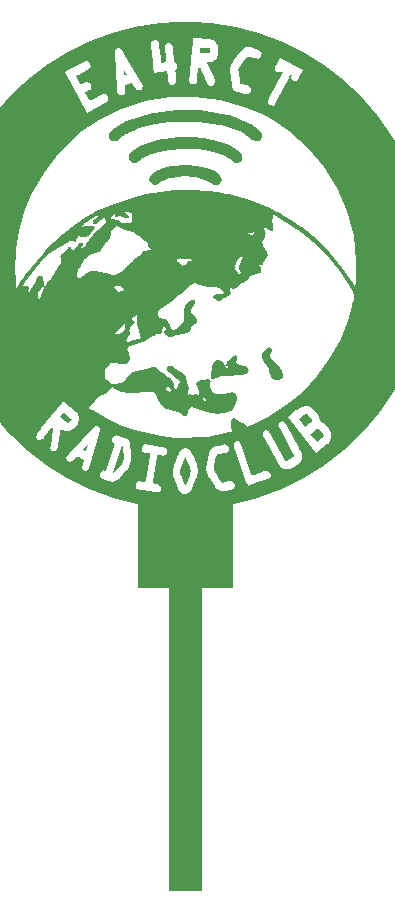
<source format=gts>
G04 =======================================* 
G04 File Format: RS-274X * 
G04 Date:        December 20 2020 * 
G04 Time:        13:43:10 * 
G04 =======================================* 
G04 Format description *** 
G04 Code:          ASCII * 
G04 Unit:          Millimeter * 
G04 Coordinates:   Absolut * 
G04 Digits:        3.3-format * 
G04 Zeros skipped: Leading zeros omitted * 
G04 =======================================* 
%FSLAX33Y33*%
%MOMM*%
G90*
G71*
%LPD*%
G36*
G75*
G01X-14898Y14263D02*
G03X-11703Y-16984I14898J-14263D01*
G75*
G01X-11703Y-16984D01*
G03X-4000Y-20234I11703J16984D01*
G01X-4000Y-20234D01*
G01X-4000Y-27283D01*
G01X-1400Y-27283D01*
G01X-1400Y-53000D01*
G01X1400Y-53000D01*
G01X1400Y-27283D01*
G01X4000Y-27283D01*
G75*
G01X4000Y-20234D01*
G03X11703Y-16984I-3999J20234D01*
G75*
G01X11703Y-16984D01*
G03X14898Y14263I-11703J16984D01*
G75*
G01X14898Y14263D01*
G03X0Y20626I-14898J-14263D01*
G75*
G01X0Y20626D01*
G03X-14898Y14263I0J-20626D01*
G37*
%LPC*%
G36*
G01X8364Y4185D02*
G01X7976Y4400D01*
G01X7589Y4615D01*
G01X7510Y4655D01*
G01X7180Y4820D01*
G01X5489Y5517D01*
G01X3727Y6008D01*
G01X3363Y6070D01*
G01X3243Y6091D01*
G01X2044Y6279D01*
G01X1924Y6292D01*
G01X1809Y6304D01*
G01X656Y6358D01*
G01X541Y6359D01*
G01X390Y6360D01*
G01X-1115Y6335D01*
G01X-1265Y6329D01*
G01X-1460Y6320D01*
G01X-3378Y6027D01*
G01X-3566Y5977D01*
G01X-3941Y5881D01*
G01X-5777Y5300D01*
G01X-7553Y4553D01*
G01X-7898Y4373D01*
G01X-8032Y4303D01*
G01X-8674Y3911D01*
G01X-9291Y3480D01*
G01X-9413Y3391D01*
G01X-9576Y3271D01*
G01X-10380Y2652D01*
G01X-11150Y1992D01*
G01X-11297Y1852D01*
G01X-11354Y1797D01*
G01X-11900Y1209D01*
G01X-11952Y1148D01*
G01X-12098Y972D01*
G01X-13547Y-792D01*
G01X-13691Y-969D01*
G01X-13746Y-1037D01*
G01X-13994Y-1397D01*
G01X-14203Y-1781D01*
G01X-14238Y-1861D01*
G01X-14241Y-1868D01*
G01X-14273Y-1931D01*
G01X-14276Y-1938D01*
G75*
G01X-14314Y-1932D01*
G02X-14342Y1336I14530J1756D01*
G75*
G01X-14342Y1336D01*
G02X-13643Y4529I14558J-1511D01*
G01X-13643Y4529D01*
G01X-13052Y5985D01*
G01X-12013Y7834D01*
G01X-10708Y9506D01*
G01X-9556Y10657D01*
G01X-9140Y11002D01*
G01X-8718Y11352D01*
G01X-7345Y12270D01*
G01X-5412Y13232D01*
G01X-3378Y13887D01*
G01X-1282Y14235D01*
G01X838Y14273D01*
G01X2946Y14002D01*
G01X5002Y13420D01*
G01X6498Y12785D01*
G01X6970Y12526D01*
G01X7445Y12264D01*
G01X8794Y11341D01*
G01X10397Y9924D01*
G01X11762Y8304D01*
G01X12871Y6509D01*
G01X13707Y4567D01*
G01X14251Y2506D01*
G01X14486Y353D01*
G01X14458Y-1312D01*
G01X14394Y-1861D01*
G01X14388Y-1856D01*
G01X14341Y-1806D01*
G01X14336Y-1800D01*
G01X14178Y-1520D01*
G01X13276Y-203D01*
G01X12262Y1029D01*
G01X12048Y1266D01*
G01X11952Y1373D01*
G01X11463Y1898D01*
G01X10942Y2389D01*
G01X10829Y2479D01*
G01X10742Y2548D01*
G01X9844Y3214D01*
G01X9755Y3281D01*
G01X9715Y3311D01*
G01X9314Y3606D01*
G01X9274Y3637D01*
G01X9209Y3686D01*
G01X8516Y4110D01*
G01X8443Y4146D01*
G37*
G36*
G01X1628Y-11452D02*
G01X1544Y-11428D01*
G01X1530Y-11417D01*
G01X1514Y-11405D01*
G01X1483Y-11332D01*
G01X1487Y-11243D01*
G01X1490Y-11225D01*
G01X1510Y-11231D01*
G01X1571Y-11248D01*
G01X1647Y-11278D01*
G01X1703Y-11330D01*
G01X1728Y-11398D01*
G01X1729Y-11422D01*
G01X1714Y-11432D01*
G37*
G36*
G01X5732Y2609D02*
G01X5712Y2605D01*
G01X5684Y2596D01*
G01X5534Y2604D01*
G01X5367Y2689D01*
G01X5331Y2718D01*
G01X5377Y2723D01*
G01X5591Y2774D01*
G01X5797Y2788D01*
G01X5839Y2775D01*
G01X5841Y2755D01*
G01X5808Y2666D01*
G37*
G36*
G01X-6834Y-9469D02*
G01X-6833Y-9445D01*
G01X-6832Y-9402D01*
G01X-6823Y-9062D01*
G01X-6823Y-8935D01*
G01X-6823Y-8914D01*
G01X-6752Y-8724D01*
G01X-6738Y-8708D01*
G01X-6708Y-8674D01*
G01X-6411Y-8337D01*
G01X-6381Y-8303D01*
G01X-6374Y-8293D01*
G01X-6267Y-8249D01*
G01X-6254Y-8251D01*
G01X-6203Y-8257D01*
G01X-5684Y-8316D01*
G01X-5633Y-8325D01*
G01X-5589Y-8333D01*
G01X-5141Y-8338D01*
G01X-5097Y-8331D01*
G01X-5052Y-8323D01*
G01X-4925Y-8263D01*
G01X-4795Y-8134D01*
G01X-4719Y-7961D01*
G01X-4703Y-7812D01*
G01X-4709Y-7764D01*
G01X-4713Y-7741D01*
G01X-4774Y-7520D01*
G01X-4782Y-7498D01*
G01X-4791Y-7469D01*
G01X-4888Y-7182D01*
G01X-4896Y-7153D01*
G01X-4903Y-7128D01*
G01X-4914Y-7049D01*
G01X-4900Y-6976D01*
G01X-4849Y-6920D01*
G01X-4780Y-6882D01*
G01X-4756Y-6872D01*
G01X-4684Y-6840D01*
G01X-3935Y-6598D01*
G01X-3857Y-6582D01*
G01X-3816Y-6574D01*
G01X-3422Y-6418D01*
G01X-3386Y-6395D01*
G01X-3328Y-6360D01*
G01X-2746Y-6006D01*
G01X-2689Y-5970D01*
G01X-2664Y-5953D01*
G01X-2379Y-5859D01*
G01X-2349Y-5857D01*
G01X-2311Y-5856D01*
G01X-2196Y-5838D01*
G01X-2086Y-5785D01*
G01X-2008Y-5691D01*
G01X-1961Y-5585D01*
G01X-1950Y-5548D01*
G01X-1941Y-5514D01*
G01X-1847Y-5158D01*
G01X-1836Y-5118D01*
G01X-1637Y-5361D01*
G01X-1649Y-5379D01*
G01X-1758Y-5557D01*
G01X-1769Y-5575D01*
G01X-1780Y-5588D01*
G01X-1800Y-5669D01*
G01X-1771Y-5748D01*
G01X-1758Y-5760D01*
G01X-1729Y-5791D01*
G01X-1636Y-5879D01*
G01X-1502Y-5974D01*
G01X-1349Y-6031D01*
G01X-1213Y-6044D01*
G01X-1168Y-6039D01*
G01X-1045Y-6025D01*
G01X146Y-5706D01*
G01X260Y-5657D01*
G01X291Y-5646D01*
G01X413Y-5548D01*
G01X485Y-5408D01*
G01X489Y-5377D01*
G01X494Y-5335D01*
G01X580Y-5150D01*
G01X733Y-5015D01*
G01X771Y-4998D01*
G01X816Y-4975D01*
G01X958Y-4839D01*
G01X994Y-4667D01*
G01X987Y-4626D01*
G01X983Y-4608D01*
G01X906Y-4447D01*
G01X895Y-4433D01*
G01X877Y-4412D01*
G01X693Y-4219D01*
G01X674Y-4201D01*
G01X662Y-4189D01*
G01X539Y-4070D01*
G01X528Y-4058D01*
G01X510Y-4043D01*
G01X463Y-3947D01*
G01X471Y-3839D01*
G01X482Y-3819D01*
G01X499Y-3782D01*
G01X673Y-3408D01*
G01X691Y-3370D01*
G01X700Y-3353D01*
G01X783Y-3179D01*
G01X791Y-3161D01*
G01X799Y-3136D01*
G01X805Y-3057D01*
G01X775Y-2980D01*
G01X704Y-2936D01*
G01X625Y-2927D01*
G01X599Y-2930D01*
G01X587Y-2932D01*
G01X474Y-2972D01*
G01X463Y-2978D01*
G01X405Y-3005D01*
G01X244Y-3119D01*
G01X74Y-3310D01*
G01X-39Y-3539D01*
G01X-85Y-3731D01*
G01X-88Y-3795D01*
G01X-93Y-3850D01*
G01X-125Y-4395D01*
G01X-128Y-4450D01*
G01X-130Y-4470D01*
G01X-144Y-4676D01*
G01X-145Y-4697D01*
G01X-147Y-4723D01*
G01X-186Y-4844D01*
G01X-262Y-4945D01*
G01X-282Y-4961D01*
G01X-326Y-4997D01*
G01X-765Y-5366D01*
G01X-807Y-5402D01*
G01X-834Y-5424D01*
G01X-929Y-5474D01*
G01X-1038Y-5483D01*
G01X-1133Y-5427D01*
G01X-1197Y-5339D01*
G01X-1212Y-5307D01*
G01X-1224Y-5282D01*
G01X-1329Y-5023D01*
G01X-1338Y-4997D01*
G01X-1355Y-4946D01*
G01X-1504Y-4734D01*
G01X-1720Y-4591D01*
G01X-1771Y-4575D01*
G01X-1795Y-4567D01*
G01X-2041Y-4501D01*
G01X-2066Y-4494D01*
G01X-2112Y-4481D01*
G01X-2265Y-4382D01*
G01X-2335Y-4212D01*
G01X-2339Y-4165D01*
G01X-2340Y-4153D01*
G01X-2345Y-4032D01*
G01X-2344Y-4020D01*
G01X-2345Y-3990D01*
G01X-2301Y-3852D01*
G01X-2203Y-3745D01*
G01X-2177Y-3731D01*
G01X-2016Y-3635D01*
G01X-1256Y-3091D01*
G01X-525Y-2509D01*
G01X-377Y-2394D01*
G01X-297Y-2331D01*
G01X503Y-1698D01*
G01X584Y-1635D01*
G01X594Y-1627D01*
G01X704Y-1552D01*
G01X715Y-1545D01*
G01X731Y-1535D01*
G01X820Y-1515D01*
G01X908Y-1539D01*
G01X923Y-1550D01*
G01X992Y-1600D01*
G01X1226Y-1712D01*
G01X1547Y-1796D01*
G01X1877Y-1828D01*
G01X2126Y-1834D01*
G01X2209Y-1835D01*
G01X2288Y-1835D01*
G01X2525Y-1863D01*
G01X2815Y-1949D01*
G01X3081Y-2096D01*
G01X3267Y-2250D01*
G01X3321Y-2309D01*
G01X3301Y-2330D01*
G01X3187Y-2388D01*
G01X3067Y-2411D01*
G01X3043Y-2415D01*
G01X3006Y-2420D01*
G01X2633Y-2471D01*
G01X2596Y-2476D01*
G01X2589Y-2477D01*
G01X2530Y-2487D01*
G01X2524Y-2489D01*
G01X2506Y-2493D01*
G01X2424Y-2531D01*
G01X2369Y-2599D01*
G01X2363Y-2620D01*
G01X2359Y-2638D01*
G01X2375Y-2727D01*
G01X2436Y-2794D01*
G01X2453Y-2802D01*
G01X2482Y-2820D01*
G01X2775Y-2990D01*
G01X2804Y-3007D01*
G01X2819Y-3016D01*
G01X2902Y-3026D01*
G01X2980Y-2995D01*
G01X2993Y-2983D01*
G01X3035Y-2947D01*
G01X3264Y-2788D01*
G01X3512Y-2659D01*
G01X3564Y-2639D01*
G01X3573Y-2634D01*
G01X3656Y-2584D01*
G01X3663Y-2578D01*
G01X3692Y-2558D01*
G01X3770Y-2485D01*
G01X3827Y-2388D01*
G01X3837Y-2276D01*
G01X3815Y-2172D01*
G01X3804Y-2139D01*
G01X3799Y-2124D01*
G01X3749Y-1958D01*
G01X3743Y-1940D01*
G01X3753Y-1938D01*
G01X3854Y-1930D01*
G01X3865Y-1930D01*
G01X3873Y-1930D01*
G01X3956Y-1948D01*
G01X3965Y-1951D01*
G01X4021Y-1969D01*
G01X4264Y-1957D01*
G01X4460Y-1811D01*
G01X4493Y-1762D01*
G01X4513Y-1733D01*
G01X4639Y-1622D01*
G01X4786Y-1536D01*
G01X4816Y-1519D01*
G01X4841Y-1505D01*
G01X5099Y-1370D01*
G01X5125Y-1355D01*
G01X5156Y-1338D01*
G01X5292Y-1227D01*
G01X5395Y-1083D01*
G01X5409Y-1051D01*
G01X5424Y-1016D01*
G01X5533Y-892D01*
G01X5681Y-818D01*
G01X5716Y-808D01*
G01X5761Y-796D01*
G01X6197Y-650D01*
G01X6240Y-632D01*
G01X6275Y-618D01*
G01X6375Y-555D01*
G01X6442Y-458D01*
G01X6443Y-338D01*
G01X6402Y-226D01*
G01X6383Y-192D01*
G01X6375Y-177D01*
G01X6284Y-26D01*
G01X6274Y-10D01*
G01X6322Y-10D01*
G01X6466Y-11D01*
G01X6482Y-10D01*
G01X6503Y-8D01*
G01X6569Y19D01*
G01X6597Y86D01*
G01X6599Y108D01*
G01X6599Y115D01*
G01X6599Y188D01*
G01X6599Y196D01*
G01X6597Y224D01*
G01X6632Y358D01*
G01X6715Y468D01*
G01X6738Y484D01*
G01X6754Y497D01*
G01X6890Y649D01*
G01X6901Y667D01*
G01X6921Y697D01*
G01X6964Y865D01*
G01X6925Y1034D01*
G01X6905Y1064D01*
G01X6878Y1109D01*
G01X6630Y1566D01*
G01X6606Y1611D01*
G01X6600Y1623D01*
G01X6549Y1747D01*
G01X6545Y1759D01*
G01X6532Y1791D01*
G01X6517Y1959D01*
G01X6569Y2120D01*
G01X6588Y2148D01*
G01X6616Y2190D01*
G01X6712Y2413D01*
G01X6773Y2648D01*
G01X6783Y2695D01*
G01X6789Y2721D01*
G01X6776Y2847D01*
G01X6714Y2958D01*
G01X6696Y2976D01*
G01X6682Y2989D01*
G01X6635Y3069D01*
G01X6620Y3160D01*
G01X6623Y3178D01*
G01X6643Y3186D01*
G01X6749Y3190D01*
G01X6848Y3154D01*
G01X6866Y3141D01*
G01X6881Y3130D01*
G01X7029Y3025D01*
G01X7044Y3015D01*
G01X7053Y3008D01*
G01X7146Y2952D01*
G01X7156Y2946D01*
G01X7182Y2934D01*
G01X7268Y2916D01*
G01X7362Y2937D01*
G01X7428Y3004D01*
G01X7455Y3086D01*
G01X7456Y3114D01*
G01X7456Y3138D01*
G01X7424Y3377D01*
G01X7419Y3401D01*
G01X7411Y3431D01*
G01X7346Y3739D01*
G01X7341Y3770D01*
G01X7341Y3794D01*
G01X7377Y4031D01*
G01X7384Y4054D01*
G01X7390Y4074D01*
G01X7458Y4264D01*
G01X7466Y4283D01*
G01X7471Y4281D01*
G01X7524Y4256D01*
G01X7530Y4253D01*
G01X7696Y4148D01*
G01X9359Y3096D01*
G01X9521Y2984D01*
G75*
G01X9875Y2741D01*
G02X12125Y675I-9484J-12590D01*
G75*
G01X12125Y675D01*
G02X13935Y-1785I-11735J-10524D01*
G01X13935Y-1785D01*
G01X14050Y-1968D01*
G01X14053Y-1972D01*
G01X14076Y-2015D01*
G01X14078Y-2019D01*
G01X14114Y-2085D01*
G01X14215Y-2287D01*
G01X14278Y-2485D01*
G01X14277Y-2692D01*
G01X14240Y-2913D01*
G01X14225Y-2987D01*
G01X14135Y-3432D01*
G01X13753Y-4747D01*
G01X13074Y-6416D01*
G01X12201Y-7977D01*
G01X11146Y-9413D01*
G01X9924Y-10710D01*
G01X8546Y-11851D01*
G01X7028Y-12821D01*
G01X5804Y-13434D01*
G01X5382Y-13603D01*
G01X5369Y-13608D01*
G01X5228Y-13659D01*
G01X5213Y-13664D01*
G01X5188Y-13640D01*
G01X4944Y-13403D01*
G01X4920Y-13380D01*
G01X4907Y-13366D01*
G01X4833Y-13314D01*
G01X4748Y-13297D01*
G01X4729Y-13301D01*
G01X4710Y-13306D01*
G01X4629Y-13285D01*
G01X4560Y-13235D01*
G01X4547Y-13225D01*
G01X4507Y-13194D01*
G01X4117Y-12895D01*
G01X4079Y-12866D01*
G01X4039Y-12891D01*
G01X3899Y-13068D01*
G01X3848Y-13288D01*
G01X3852Y-13335D01*
G01X3855Y-13392D01*
G01X3897Y-13668D01*
G01X3954Y-13940D01*
G01X3964Y-13995D01*
G01X3965Y-13999D01*
G01X3975Y-14055D01*
G01X3977Y-14063D01*
G01X3968Y-14067D01*
G01X3883Y-14103D01*
G01X3874Y-14106D01*
G01X3697Y-14154D01*
G01X1899Y-14501D01*
G01X1717Y-14522D01*
G01X1516Y-14544D01*
G01X-497Y-14613D01*
G01X-698Y-14605D01*
G01X-861Y-14597D01*
G01X-2465Y-14349D01*
G01X-2622Y-14307D01*
G01X-2801Y-14261D01*
G01X-4595Y-13832D01*
G01X-4774Y-13788D01*
G01X-4821Y-13775D01*
G01X-5279Y-13619D01*
G01X-5324Y-13600D01*
G01X-5565Y-13505D01*
G01X-6731Y-12950D01*
G01X-7845Y-12295D01*
G01X-8059Y-12150D01*
G01X-8069Y-12142D01*
G01X-8172Y-12069D01*
G01X-8184Y-12060D01*
G01X-8174Y-12037D01*
G01X-8014Y-11843D01*
G01X-7993Y-11829D01*
G01X-7962Y-11806D01*
G01X-7663Y-11559D01*
G01X-7634Y-11532D01*
G01X-7614Y-11510D01*
G01X-7444Y-11261D01*
G01X-7431Y-11234D01*
G01X-7424Y-11214D01*
G01X-7364Y-11133D01*
G01X-7279Y-11079D01*
G01X-7259Y-11073D01*
G01X-7242Y-11067D01*
G01X-7066Y-11025D01*
G01X-7047Y-11022D01*
G01X-7026Y-11021D01*
G01X-6831Y-10931D01*
G01X-6815Y-10915D01*
G01X-6781Y-10880D01*
G01X-6439Y-10536D01*
G01X-6405Y-10501D01*
G01X-6400Y-10496D01*
G01X-6353Y-10440D01*
G01X-6348Y-10435D01*
G01X-6330Y-10415D01*
G01X-6269Y-10359D01*
G01X-6202Y-10329D01*
G01X-6131Y-10343D01*
G01X-6062Y-10383D01*
G01X-6040Y-10399D01*
G01X-6017Y-10416D01*
G01X-5959Y-10465D01*
G01X-5764Y-10590D01*
G01X-5491Y-10704D01*
G01X-5201Y-10766D01*
G01X-4970Y-10782D01*
G01X-4894Y-10781D01*
G01X-4721Y-10777D01*
G01X-2996Y-10761D01*
G01X-2824Y-10760D01*
G01X-2763Y-10760D01*
G01X-2736Y-10760D01*
G01X-2654Y-10770D01*
G01X-2578Y-10803D01*
G01X-2523Y-10866D01*
G01X-2483Y-10942D01*
G01X-2472Y-10968D01*
G01X-2450Y-11021D01*
G01X-2215Y-11554D01*
G01X-2190Y-11606D01*
G01X-2158Y-11672D01*
G01X-1930Y-11946D01*
G01X-1627Y-12134D01*
G01X-1558Y-12157D01*
G01X-1510Y-12173D01*
G01X-1021Y-12314D01*
G01X-971Y-12327D01*
G01X-906Y-12341D01*
G01X-592Y-12452D01*
G01X-300Y-12613D01*
G01X-246Y-12652D01*
G01X-234Y-12661D01*
G01X-199Y-12683D01*
G01X-83Y-12730D01*
G01X40Y-12724D01*
G01X132Y-12643D01*
G01X182Y-12529D01*
G01X191Y-12490D01*
G01X193Y-12478D01*
G01X217Y-12358D01*
G01X220Y-12347D01*
G01X231Y-12306D01*
G01X289Y-12190D01*
G01X396Y-12086D01*
G01X536Y-12039D01*
G01X665Y-12042D01*
G01X706Y-12052D01*
G01X747Y-12062D01*
G01X1152Y-12190D01*
G01X1192Y-12202D01*
G01X1278Y-12228D01*
G01X2139Y-12482D01*
G01X2225Y-12506D01*
G01X2306Y-12528D01*
G01X2716Y-12569D01*
G01X3124Y-12519D01*
G01X3204Y-12495D01*
G01X3257Y-12480D01*
G01X3779Y-12318D01*
G01X3831Y-12302D01*
G01X3842Y-12298D01*
G01X3944Y-12234D01*
G01X3952Y-12226D01*
G01X4003Y-12162D01*
G01X4213Y-11824D01*
G01X4342Y-11447D01*
G01X4354Y-11366D01*
G01X4359Y-11327D01*
G01X4345Y-11134D01*
G01X4280Y-10951D01*
G01X4260Y-10917D01*
G01X4246Y-10888D01*
G01X4131Y-10783D01*
G01X3979Y-10745D01*
G01X3947Y-10750D01*
G01X3925Y-10752D01*
G01X3710Y-10792D01*
G01X3689Y-10797D01*
G01X3601Y-10816D01*
G01X3155Y-10871D01*
G01X2706Y-10873D01*
G01X2616Y-10866D01*
G01X2603Y-10865D01*
G01X2471Y-10844D01*
G01X2458Y-10841D01*
G01X2441Y-10838D01*
G01X2365Y-10799D01*
G01X2308Y-10735D01*
G01X2301Y-10720D01*
G01X2282Y-10681D01*
G01X2088Y-10289D01*
G01X2071Y-10249D01*
G01X2066Y-10234D01*
G01X2057Y-10082D01*
G01X2060Y-10067D01*
G01X2062Y-10056D01*
G01X2099Y-9955D01*
G01X2104Y-9945D01*
G01X2116Y-9913D01*
G01X2131Y-9806D01*
G01X2093Y-9714D01*
G01X2006Y-9664D01*
G01X1916Y-9649D01*
G01X1886Y-9649D01*
G01X1863Y-9651D01*
G01X1634Y-9681D01*
G01X1612Y-9686D01*
G01X1576Y-9692D01*
G01X1217Y-9754D01*
G01X1181Y-9760D01*
G01X1145Y-9766D01*
G01X1041Y-9798D01*
G01X959Y-9861D01*
G01X930Y-9958D01*
G01X940Y-10064D01*
G01X948Y-10099D01*
G01X963Y-10159D01*
G01X1124Y-10756D01*
G01X1139Y-10816D01*
G01X1142Y-10827D01*
G01X1170Y-10946D01*
G01X1174Y-10961D01*
G01X1161Y-10961D01*
G01X1032Y-10948D01*
G01X1019Y-10945D01*
G01X979Y-10930D01*
G01X787Y-10905D01*
G01X612Y-10977D01*
G01X580Y-11011D01*
G01X554Y-10990D01*
G01X474Y-10926D01*
G01X400Y-10892D01*
G01X322Y-10903D01*
G01X234Y-10942D01*
G01X205Y-10955D01*
G01X202Y-10922D01*
G01X192Y-10821D01*
G01X192Y-10691D01*
G01X226Y-10568D01*
G01X289Y-10480D01*
G01X316Y-10457D01*
G01X300Y-10406D01*
G01X148Y-9907D01*
G01X133Y-9857D01*
G01X126Y-9832D01*
G01X57Y-9573D01*
G01X52Y-9547D01*
G01X42Y-9495D01*
G01X-69Y-9261D01*
G01X-256Y-9082D01*
G01X-302Y-9057D01*
G01X-349Y-9030D01*
G01X-807Y-8756D01*
G01X-853Y-8729D01*
G01X-878Y-8714D01*
G01X-1124Y-8558D01*
G01X-1149Y-8543D01*
G01X-1161Y-8536D01*
G01X-1296Y-8488D01*
G01X-1310Y-8486D01*
G01X-1347Y-8483D01*
G01X-1461Y-8504D01*
G01X-1561Y-8577D01*
G01X-1597Y-8694D01*
G01X-1577Y-8807D01*
G01X-1561Y-8841D01*
G01X-1549Y-8866D01*
G01X-1377Y-9082D01*
G01X-1356Y-9100D01*
G01X-1296Y-9149D01*
G01X-678Y-9621D01*
G01X-616Y-9668D01*
G01X-604Y-9678D01*
G01X-487Y-9782D01*
G01X-476Y-9793D01*
G01X-461Y-9811D01*
G01X-440Y-9888D01*
G01X-489Y-9948D01*
G01X-510Y-9957D01*
G01X-537Y-9968D01*
G01X-622Y-10049D01*
G01X-660Y-10159D01*
G01X-663Y-10184D01*
G01X-666Y-10207D01*
G01X-706Y-10437D01*
G01X-711Y-10462D01*
G01X-987Y-10373D01*
G01X-987Y-10307D01*
G01X-988Y-10112D01*
G01X-987Y-10089D01*
G01X-983Y-10038D01*
G01X-1042Y-9798D01*
G01X-1195Y-9604D01*
G01X-1238Y-9577D01*
G01X-1278Y-9547D01*
G01X-1690Y-9268D01*
G01X-1731Y-9240D01*
G01X-1763Y-9220D01*
G01X-2085Y-9026D01*
G01X-2116Y-9005D01*
G01X-2143Y-8985D01*
G01X-2393Y-8755D01*
G01X-2415Y-8730D01*
G01X-2430Y-8710D01*
G01X-2527Y-8641D01*
G01X-2644Y-8615D01*
G01X-2668Y-8617D01*
G01X-2686Y-8619D01*
G01X-2866Y-8649D01*
G01X-2883Y-8653D01*
G01X-2992Y-8677D01*
G01X-4082Y-8920D01*
G01X-4191Y-8946D01*
G01X-4216Y-8952D01*
G01X-4470Y-9032D01*
G01X-4494Y-9042D01*
G01X-4555Y-9066D01*
G01X-4816Y-9252D01*
G01X-4999Y-9515D01*
G01X-5022Y-9576D01*
G01X-5026Y-9587D01*
G01X-5077Y-9698D01*
G01X-5083Y-9709D01*
G01X-5103Y-9747D01*
G01X-5255Y-9892D01*
G01X-5454Y-9962D01*
G01X-5497Y-9963D01*
G01X-5543Y-9967D01*
G01X-5998Y-10017D01*
G01X-6044Y-10024D01*
G01X-6074Y-10030D01*
G01X-6223Y-10019D01*
G01X-6358Y-9954D01*
G01X-6381Y-9934D01*
G01X-6406Y-9912D01*
G01X-6677Y-9707D01*
G01X-6705Y-9688D01*
G01X-6726Y-9675D01*
G01X-6802Y-9584D01*
G37*
G36*
G01X599Y15321D02*
G01X510Y15348D01*
G01X414Y15417D01*
G01X351Y15516D01*
G01X329Y15607D01*
G01X329Y15637D01*
G01X329Y15664D01*
G01X345Y15930D01*
G01X349Y15956D01*
G01X362Y16108D01*
G01X499Y17619D01*
G01X513Y17771D01*
G01X524Y17893D01*
G01X631Y19123D01*
G01X642Y19248D01*
G01X651Y19249D01*
G01X747Y19252D01*
G01X757Y19252D01*
G01X864Y19243D01*
G01X1941Y19148D01*
G01X2049Y19138D01*
G01X2101Y19135D01*
G01X2346Y19058D01*
G01X2556Y18910D01*
G01X2590Y18871D01*
G01X2625Y18831D01*
G01X2743Y18603D01*
G01X2785Y18350D01*
G01X2782Y18298D01*
G01X2780Y18263D01*
G01X2747Y17912D01*
G01X2743Y17877D01*
G01X2735Y17801D01*
G01X2655Y17580D01*
G01X2477Y17354D01*
G01X2230Y17217D01*
G01X2010Y17177D01*
G01X1939Y17183D01*
G01X1830Y17183D01*
G01X1837Y17166D01*
G01X1894Y17030D01*
G01X1899Y17018D01*
G01X1946Y16918D01*
G01X2417Y15918D01*
G01X2464Y15818D01*
G01X2476Y15796D01*
G01X2536Y15551D01*
G01X2536Y15525D01*
G01X2534Y15485D01*
G01X2455Y15310D01*
G01X2300Y15199D01*
G01X2261Y15189D01*
G01X2224Y15180D01*
G01X2046Y15213D01*
G01X1915Y15336D01*
G01X1900Y15372D01*
G01X1869Y15434D01*
G01X1574Y16059D01*
G01X1544Y16122D01*
G01X1517Y16179D01*
G01X1249Y16750D01*
G01X1222Y16807D01*
G01X1217Y16818D01*
G01X1152Y16946D01*
G01X1143Y16963D01*
G01X1140Y16952D01*
G01X1114Y16836D01*
G01X1113Y16824D01*
G01X1104Y16733D01*
G01X1025Y15826D01*
G01X1017Y15734D01*
G01X1016Y15721D01*
G01X997Y15590D01*
G01X994Y15577D01*
G01X982Y15530D01*
G01X866Y15371D01*
G01X677Y15315D01*
G01X629Y15320D01*
G37*
G36*
G01X11646Y-13314D02*
G01X11863Y-13482D01*
G01X12046Y-13688D01*
G01X12167Y-13862D01*
G01X12204Y-13922D01*
G01X12234Y-13968D01*
G01X12332Y-14222D01*
G01X12360Y-14493D01*
G01X12355Y-14548D01*
G01X12351Y-14601D01*
G01X12271Y-14849D01*
G01X12119Y-15060D01*
G01X12079Y-15095D01*
G01X11996Y-15164D01*
G01X11142Y-15849D01*
G01X11054Y-15919D01*
G01X8652Y-12881D01*
G01X9389Y-12296D01*
G01X9409Y-12280D01*
G01X9612Y-12122D01*
G01X9632Y-12107D01*
G01X9688Y-12065D01*
G01X9879Y-11970D01*
G01X10137Y-11917D01*
G01X10396Y-11950D01*
G01X10593Y-12034D01*
G01X10650Y-12074D01*
G01X10722Y-12123D01*
G01X10924Y-12291D01*
G01X11146Y-12547D01*
G01X11304Y-12846D01*
G01X11375Y-13107D01*
G01X11384Y-13196D01*
G01X11452Y-13217D01*
G37*
G36*
G01X-4138Y2590D02*
G01X-4127Y2588D01*
G01X-4091Y2581D01*
G01X-3922Y2514D01*
G01X-3773Y2411D01*
G01X-3747Y2385D01*
G01X-3732Y2372D01*
G01X-3593Y2237D01*
G01X-3579Y2223D01*
G01X-3555Y2196D01*
G01X-3417Y2079D01*
G01X-3259Y1992D01*
G01X-3225Y1980D01*
G01X-3219Y1947D01*
G01X-3196Y1778D01*
G01X-3157Y1621D01*
G01X-3143Y1594D01*
G01X-3130Y1568D01*
G01X-3024Y1448D01*
G01X-2896Y1331D01*
G01X-2871Y1305D01*
G01X-2900Y1301D01*
G01X-3180Y1261D01*
G01X-3207Y1257D01*
G01X-3395Y1233D01*
G01X-3426Y1231D01*
G01X-3565Y1171D01*
G01X-3667Y1060D01*
G01X-3679Y1032D01*
G01X-3691Y1005D01*
G01X-3777Y889D01*
G01X-3891Y801D01*
G01X-3918Y788D01*
G01X-3967Y762D01*
G01X-4413Y428D01*
G01X-4452Y388D01*
G01X-4534Y310D01*
G01X-5358Y-462D01*
G01X-5438Y-542D01*
G01X-5475Y-580D01*
G01X-5603Y-675D01*
G01X-5792Y-764D01*
G01X-5997Y-806D01*
G01X-6157Y-806D01*
G01X-6209Y-797D01*
G01X-6334Y-779D01*
G01X-7568Y-516D01*
G01X-7689Y-482D01*
G01X-7738Y-468D01*
G01X-7983Y-466D01*
G01X-8212Y-555D01*
G01X-8252Y-585D01*
G01X-8316Y-630D01*
G01X-8964Y-1066D01*
G01X-9029Y-1111D01*
G01X-9067Y-1074D01*
G01X-9163Y-947D01*
G01X-9219Y-786D01*
G01X-9196Y-624D01*
G01X-9127Y-493D01*
G01X-9097Y-456D01*
G01X-9052Y-401D01*
G01X-8864Y-104D01*
G01X-8725Y217D01*
G01X-8704Y285D01*
G01X-8698Y304D01*
G01X-8589Y475D01*
G01X-8573Y489D01*
G01X-8521Y541D01*
G01X-8223Y760D01*
G01X-7890Y918D01*
G01X-7818Y940D01*
G01X-7781Y953D01*
G01X-7412Y1109D01*
G01X-7377Y1127D01*
G01X-7331Y1151D01*
G01X-7135Y1313D01*
G01X-6994Y1524D01*
G01X-6975Y1572D01*
G01X-6958Y1613D01*
G01X-6844Y1799D01*
G01X-6693Y1956D01*
G01X-6658Y1983D01*
G01X-6650Y1989D01*
G01X-6573Y2048D01*
G01X-6565Y2054D01*
G01X-6517Y2089D01*
G01X-6342Y2320D01*
G01X-6273Y2602D01*
G01X-6277Y2662D01*
G01X-6278Y2709D01*
G01X-6257Y2852D01*
G01X-6188Y3017D01*
G01X-6078Y3160D01*
G01X-5971Y3255D01*
G01X-5932Y3282D01*
G01X-5915Y3295D01*
G01X-5819Y3324D01*
G01X-5720Y3305D01*
G01X-5703Y3293D01*
G01X-5652Y3265D01*
G01X-5132Y3001D01*
G01X-5080Y2975D01*
G01X-5055Y2961D01*
G01X-4775Y2886D01*
G01X-4746Y2885D01*
G01X-4696Y2883D01*
G01X-4462Y2831D01*
G01X-4268Y2694D01*
G01X-4237Y2649D01*
G01X-4230Y2641D01*
G37*
G36*
G01X-8699Y1659D02*
G01X-8668Y1751D01*
G01X-8687Y1824D01*
G01X-8699Y1837D01*
G01X-8711Y1852D01*
G01X-8792Y1892D01*
G01X-8881Y1883D01*
G01X-8898Y1873D01*
G01X-8915Y1866D01*
G01X-9067Y1768D01*
G01X-9080Y1756D01*
G01X-9107Y1729D01*
G01X-9359Y1450D01*
G01X-9384Y1422D01*
G01X-9405Y1400D01*
G01X-9490Y1332D01*
G01X-9603Y1295D01*
G01X-9638Y1287D01*
G01X-9639Y1300D01*
G01X-9647Y1430D01*
G01X-9649Y1443D01*
G01X-9653Y1467D01*
G01X-9686Y1536D01*
G01X-9752Y1587D01*
G01X-9833Y1590D01*
G01X-9900Y1557D01*
G01X-9916Y1540D01*
G01X-9968Y1490D01*
G01X-10468Y978D01*
G01X-10518Y925D01*
G01X-10539Y905D01*
G01X-10590Y775D01*
G01X-10565Y638D01*
G01X-10549Y614D01*
G01X-10525Y578D01*
G01X-10491Y406D01*
G01X-10546Y241D01*
G01X-10567Y208D01*
G01X-10643Y86D01*
G01X-11401Y-1129D01*
G01X-11478Y-1250D01*
G01X-11506Y-1288D01*
G01X-11805Y-1655D01*
G01X-11838Y-1689D01*
G01X-11844Y-1696D01*
G01X-11913Y-1762D01*
G01X-11921Y-1768D01*
G01X-11930Y-1725D01*
G01X-12009Y-1324D01*
G01X-12017Y-1286D01*
G01X-12020Y-1269D01*
G01X-12064Y-1105D01*
G01X-12070Y-1090D01*
G01X-12076Y-1075D01*
G01X-12162Y-946D01*
G01X-12173Y-935D01*
G01X-12196Y-915D01*
G01X-12282Y-873D01*
G01X-12392Y-872D01*
G01X-12484Y-927D01*
G01X-12532Y-1009D01*
G01X-12538Y-1038D01*
G01X-12554Y-1114D01*
G01X-12698Y-1459D01*
G01X-12892Y-1779D01*
G01X-12934Y-1842D01*
G01X-12955Y-1874D01*
G01X-13163Y-2209D01*
G01X-13185Y-2244D01*
G01X-13301Y-2151D01*
G01X-13296Y-2140D01*
G01X-13249Y-2039D01*
G01X-13245Y-2030D01*
G01X-13228Y-1989D01*
G01X-13228Y-1840D01*
G01X-13348Y-1751D01*
G01X-13392Y-1741D01*
G01X-13411Y-1737D01*
G01X-13602Y-1718D01*
G01X-13622Y-1717D01*
G01X-13631Y-1716D01*
G01X-13737Y-1709D01*
G01X-13751Y-1708D01*
G01X-13744Y-1696D01*
G01X-13691Y-1606D01*
G01X-13686Y-1599D01*
G01X-13539Y-1377D01*
G01X-12744Y-320D01*
G01X-11889Y689D01*
G01X-11712Y887D01*
G01X-11696Y905D01*
G01X-11504Y1050D01*
G01X-11483Y1062D01*
G01X-11404Y1107D01*
G01X-10608Y1548D01*
G01X-10529Y1594D01*
G01X-10461Y1633D01*
G01X-9782Y2036D01*
G01X-9714Y2076D01*
G01X-9707Y2081D01*
G01X-9630Y2118D01*
G01X-9622Y2123D01*
G01X-9615Y2117D01*
G01X-9542Y2066D01*
G01X-9534Y2062D01*
G01X-9506Y2042D01*
G01X-9387Y2011D01*
G01X-9285Y2078D01*
G01X-9264Y2107D01*
G01X-9246Y2134D01*
G01X-9072Y2416D01*
G01X-9054Y2445D01*
G01X-9032Y2440D01*
G01X-8824Y2395D01*
G01X-8804Y2390D01*
G01X-8762Y2377D01*
G01X-8627Y2363D01*
G01X-8451Y2384D01*
G01X-8288Y2451D01*
G01X-8177Y2530D01*
G01X-8145Y2562D01*
G01X-8111Y2596D01*
G01X-7790Y2960D01*
G01X-7758Y2997D01*
G01X-7750Y3008D01*
G01X-7696Y3128D01*
G01X-7693Y3141D01*
G01X-7688Y3164D01*
G01X-7690Y3240D01*
G01X-7727Y3311D01*
G01X-7798Y3350D01*
G01X-7874Y3354D01*
G01X-7898Y3349D01*
G01X-7916Y3345D01*
G01X-8090Y3291D01*
G01X-8108Y3289D01*
G01X-8123Y3285D01*
G01X-8276Y3296D01*
G01X-8290Y3301D01*
G01X-8321Y3318D01*
G01X-8486Y3343D01*
G01X-8646Y3291D01*
G01X-8673Y3269D01*
G01X-8677Y3267D01*
G01X-8734Y3231D01*
G01X-8743Y3224D01*
G01X-8737Y3254D01*
G01X-8681Y3388D01*
G01X-8592Y3503D01*
G01X-8570Y3523D01*
G01X-8551Y3539D01*
G01X-8344Y3687D01*
G01X-8322Y3700D01*
G01X-8255Y3740D01*
G01X-7585Y4133D01*
G01X-7518Y4172D01*
G01X-7508Y4177D01*
G01X-7459Y4211D01*
G01X-7392Y4225D01*
G01X-7374Y4221D01*
G01X-7377Y4215D01*
G01X-7416Y4155D01*
G01X-7421Y4149D01*
G01X-7444Y4128D01*
G01X-7676Y3914D01*
G01X-7698Y3892D01*
G01X-7710Y3880D01*
G01X-7817Y3748D01*
G01X-7826Y3734D01*
G01X-7838Y3718D01*
G01X-7864Y3625D01*
G01X-7846Y3531D01*
G01X-7836Y3514D01*
G01X-7818Y3502D01*
G01X-7721Y3474D01*
G01X-7620Y3490D01*
G01X-7602Y3499D01*
G01X-7588Y3507D01*
G01X-7466Y3605D01*
G01X-7455Y3616D01*
G01X-7412Y3662D01*
G01X-7166Y3840D01*
G01X-6894Y3991D01*
G01X-6838Y4022D01*
G01X-6826Y3994D01*
G01X-6713Y3714D01*
G01X-6701Y3685D01*
G01X-6763Y3622D01*
G01X-7063Y3303D01*
G01X-7385Y3010D01*
G01X-7457Y2960D01*
G01X-7531Y2908D01*
G01X-7856Y2600D01*
G01X-8120Y2238D01*
G01X-8163Y2158D01*
G01X-8181Y2125D01*
G01X-8384Y1809D01*
G01X-8406Y1778D01*
G01X-8435Y1740D01*
G01X-8603Y1574D01*
G01X-8801Y1445D01*
G01X-8844Y1425D01*
G01X-8830Y1446D01*
G01X-8722Y1621D01*
G01X-8713Y1636D01*
G37*
G36*
G01X-5269Y-5578D02*
G01X-5489Y-5716D01*
G01X-5734Y-5801D01*
G01X-5786Y-5810D01*
G01X-5794Y-5811D01*
G01X-5904Y-5778D01*
G01X-5919Y-5774D01*
G01X-5134Y-4861D01*
G01X-5112Y-4899D01*
G01X-5076Y-5031D01*
G01X-5075Y-5220D01*
G01X-5127Y-5399D01*
G01X-5199Y-5514D01*
G01X-5230Y-5543D01*
G37*
G36*
G01X-5294Y-1889D02*
G01X-5176Y-2043D01*
G01X-5161Y-2080D01*
G01X-5204Y-2097D01*
G01X-5632Y-2262D01*
G01X-5676Y-2279D01*
G01X-5710Y-2240D01*
G01X-6037Y-1861D01*
G01X-6069Y-1824D01*
G01X-6069Y-1821D01*
G01X-6059Y-1802D01*
G01X-5979Y-1736D01*
G01X-5878Y-1716D01*
G01X-5856Y-1720D01*
G01X-5827Y-1724D01*
G01X-5529Y-1775D01*
G01X-5499Y-1781D01*
G01X-5461Y-1791D01*
G37*
G36*
G01X-734Y394D02*
G01X-738Y398D01*
G01X-736Y416D01*
G01X-694Y490D01*
G01X-622Y535D01*
G01X-604Y537D01*
G01X-576Y546D01*
G01X-435Y574D01*
G01X-292Y566D01*
G01X-263Y555D01*
G01X-208Y535D01*
G01X78Y489D01*
G01X368Y511D01*
G01X425Y525D01*
G01X430Y526D01*
G01X487Y526D01*
G01X493Y525D01*
G01X568Y382D01*
G01X430Y382D01*
G01X393Y384D01*
G01X237Y349D01*
G01X126Y236D01*
G01X113Y200D01*
G01X99Y164D01*
G01X-13Y52D01*
G01X-160Y-8D01*
G01X-190Y-19D01*
G01X-198Y-21D01*
G01X-273Y2D01*
G01X-278Y8D01*
G01X-302Y47D01*
G01X-460Y196D01*
G01X-640Y318D01*
G01X-675Y344D01*
G01X-680Y349D01*
G37*
G36*
G01X-1306Y-10389D02*
G01X-1292Y-10397D01*
G01X-1256Y-10435D01*
G01X-1239Y-10501D01*
G01X-1254Y-10600D01*
G01X-1289Y-10707D01*
G01X-1302Y-10742D01*
G01X-1335Y-10718D01*
G01X-1496Y-10612D01*
G01X-1621Y-10480D01*
G01X-1637Y-10444D01*
G01X-1612Y-10415D01*
G01X-1483Y-10344D01*
G01X-1338Y-10370D01*
G37*
G36*
G01X-12244Y-1967D02*
G01X-12111Y-1882D01*
G01X-11994Y-1839D01*
G01X-11954Y-1831D01*
G01X-11986Y-1918D01*
G01X-12320Y-2770D01*
G01X-12353Y-2857D01*
G01X-12353Y-2856D01*
G01X-12379Y-2818D01*
G01X-12437Y-2693D01*
G01X-12475Y-2528D01*
G01X-12470Y-2367D01*
G01X-12428Y-2216D01*
G01X-12351Y-2081D01*
G37*
G36*
G01X4597Y16863D02*
G01X4512Y16677D01*
G01X4492Y16473D01*
G01X4498Y16432D01*
G01X4508Y16358D01*
G01X4586Y15622D01*
G01X4592Y15548D01*
G01X4594Y15521D01*
G01X4636Y15430D01*
G01X4723Y15380D01*
G01X4747Y15374D01*
G01X4792Y15363D01*
G01X5234Y15234D01*
G01X5279Y15222D01*
G01X5333Y15207D01*
G01X5479Y15106D01*
G01X5558Y14930D01*
G01X5540Y14737D01*
G01X5478Y14607D01*
G01X5447Y14573D01*
G01X5427Y14548D01*
G01X5295Y14474D01*
G01X5145Y14466D01*
G01X5115Y14475D01*
G01X5051Y14493D01*
G01X4424Y14679D01*
G01X4362Y14701D01*
G01X4319Y14716D01*
G01X4197Y14785D01*
G01X4072Y14906D01*
G01X3986Y15057D01*
G01X3944Y15187D01*
G01X3937Y15231D01*
G01X3927Y15292D01*
G01X3854Y15907D01*
G01X3848Y15968D01*
G01X3843Y16013D01*
G01X3801Y16439D01*
G01X3797Y16477D01*
G01X3799Y16557D01*
G01X3864Y16920D01*
G01X4013Y17242D01*
G01X4057Y17301D01*
G01X4114Y17375D01*
G01X4700Y18104D01*
G01X4759Y18177D01*
G01X4762Y18182D01*
G01X4804Y18226D01*
G01X4808Y18230D01*
G01X4842Y18270D01*
G01X4966Y18368D01*
G01X5153Y18452D01*
G01X5357Y18477D01*
G01X5514Y18457D01*
G01X5563Y18440D01*
G01X6178Y18258D01*
G01X6214Y18248D01*
G01X6356Y18161D01*
G01X6437Y18019D01*
G01X6442Y17981D01*
G01X6450Y17940D01*
G01X6419Y17742D01*
G01X6304Y17579D01*
G01X6270Y17555D01*
G01X6247Y17540D01*
G01X6120Y17502D01*
G01X5988Y17512D01*
G01X5963Y17521D01*
G01X5916Y17535D01*
G01X5450Y17671D01*
G01X5404Y17686D01*
G01X5387Y17695D01*
G01X5300Y17696D01*
G01X5227Y17651D01*
G01X5216Y17635D01*
G01X5167Y17573D01*
G01X4673Y16957D01*
G01X4624Y16895D01*
G37*
G36*
G01X2414Y-17293D02*
G01X2486Y-17491D01*
G01X2510Y-17527D01*
G01X2551Y-17590D01*
G01X2949Y-18230D01*
G01X2987Y-18295D01*
G01X2997Y-18317D01*
G01X3081Y-18389D01*
G01X3192Y-18404D01*
G01X3214Y-18397D01*
G01X3262Y-18387D01*
G01X3741Y-18305D01*
G01X3789Y-18298D01*
G01X3823Y-18292D01*
G01X3932Y-18297D01*
G01X4047Y-18347D01*
G01X4132Y-18444D01*
G01X4175Y-18550D01*
G01X4182Y-18587D01*
G01X4188Y-18621D01*
G01X4186Y-18730D01*
G01X4141Y-18849D01*
G01X4052Y-18937D01*
G01X3956Y-18981D01*
G01X3923Y-18987D01*
G01X3869Y-18997D01*
G01X3331Y-19090D01*
G01X3277Y-19099D01*
G01X3222Y-19108D01*
G01X3052Y-19108D01*
G01X2854Y-19058D01*
G01X2683Y-18946D01*
G01X2569Y-18822D01*
G01X2539Y-18775D01*
G01X2488Y-18695D01*
G01X1990Y-17890D01*
G01X1941Y-17809D01*
G01X1913Y-17760D01*
G01X1813Y-17499D01*
G01X1766Y-17223D01*
G01X1766Y-17167D01*
G01X1769Y-17140D01*
G01X1804Y-16880D01*
G01X1810Y-16855D01*
G01X1828Y-16773D01*
G01X2018Y-15958D01*
G01X2038Y-15877D01*
G01X2041Y-15865D01*
G01X2077Y-15749D01*
G01X2081Y-15738D01*
G01X2094Y-15696D01*
G01X2158Y-15575D01*
G01X2274Y-15442D01*
G01X2422Y-15346D01*
G01X2551Y-15300D01*
G01X2595Y-15293D01*
G01X2653Y-15281D01*
G01X3239Y-15181D01*
G01X3298Y-15172D01*
G01X3329Y-15167D01*
G01X3427Y-15178D01*
G01X3535Y-15234D01*
G01X3616Y-15333D01*
G01X3657Y-15434D01*
G01X3663Y-15468D01*
G01X3669Y-15502D01*
G01X3665Y-15605D01*
G01X3624Y-15724D01*
G01X3543Y-15812D01*
G01X3458Y-15856D01*
G01X3428Y-15862D01*
G01X3374Y-15874D01*
G01X2836Y-15965D01*
G01X2782Y-15973D01*
G01X2763Y-15973D01*
G01X2684Y-16012D01*
G01X2639Y-16087D01*
G01X2638Y-16106D01*
G01X2620Y-16183D01*
G01X2438Y-16962D01*
G01X2420Y-17041D01*
G01X2410Y-17082D01*
G37*
G36*
G01X-3398Y-18350D02*
G01X-3364Y-18147D01*
G01X-3026Y-16138D01*
G01X-2991Y-15937D01*
G01X-3028Y-15930D01*
G01X-3361Y-15871D01*
G01X-3395Y-15866D01*
G01X-3429Y-15861D01*
G01X-3573Y-15802D01*
G01X-3667Y-15684D01*
G01X-3676Y-15650D01*
G01X-3688Y-15613D01*
G01X-3683Y-15426D01*
G01X-3599Y-15260D01*
G01X-3570Y-15233D01*
G01X-3550Y-15213D01*
G01X-3436Y-15164D01*
G01X-3310Y-15164D01*
G01X-3284Y-15168D01*
G01X-3237Y-15176D01*
G01X-2771Y-15255D01*
G01X-2724Y-15263D01*
G01X-1920Y-15399D01*
G01X-1914Y-15399D01*
G01X-1854Y-15411D01*
G01X-1848Y-15412D01*
G01X-1808Y-15420D01*
G01X-1690Y-15471D01*
G01X-1590Y-15569D01*
G01X-1549Y-15704D01*
G01X-1560Y-15831D01*
G01X-1571Y-15871D01*
G01X-1585Y-15918D01*
G01X-1708Y-16071D01*
G01X-1898Y-16117D01*
G01X-1945Y-16109D01*
G01X-1962Y-16106D01*
G01X-2130Y-16078D01*
G01X-2146Y-16075D01*
G01X-2163Y-16072D01*
G01X-2349Y-16044D01*
G01X-2371Y-16040D01*
G01X-2406Y-16243D01*
G01X-2744Y-18255D01*
G01X-2777Y-18458D01*
G01X-2484Y-18514D01*
G01X-2476Y-18516D01*
G01X-2393Y-18528D01*
G01X-2384Y-18530D01*
G01X-2342Y-18538D01*
G01X-2218Y-18590D01*
G01X-2113Y-18694D01*
G01X-2073Y-18836D01*
G01X-2087Y-18968D01*
G01X-2100Y-19010D01*
G01X-2107Y-19038D01*
G01X-2150Y-19117D01*
G01X-2235Y-19194D01*
G01X-2342Y-19234D01*
G01X-2432Y-19237D01*
G01X-2460Y-19230D01*
G01X-2561Y-19214D01*
G01X-3566Y-19045D01*
G01X-3666Y-19029D01*
G01X-3689Y-19025D01*
G01X-3916Y-18987D01*
G01X-3939Y-18983D01*
G01X-3973Y-18977D01*
G01X-4070Y-18937D01*
G01X-4162Y-18856D01*
G01X-4211Y-18745D01*
G01X-4219Y-18640D01*
G01X-4215Y-18607D01*
G01X-4210Y-18569D01*
G01X-4176Y-18458D01*
G01X-4101Y-18353D01*
G01X-3992Y-18295D01*
G01X-3885Y-18281D01*
G01X-3850Y-18285D01*
G01X-3826Y-18287D01*
G01X-3587Y-18328D01*
G01X-3563Y-18332D01*
G01X-3550Y-18334D01*
G01X-3413Y-18348D01*
G37*
G36*
G01X8943Y15934D02*
G01X8951Y16027D01*
G01X8961Y16055D01*
G01X8963Y16064D01*
G01X8993Y16143D01*
G01X8994Y16151D01*
G01X8994Y16154D01*
G01X8962Y16212D01*
G01X8956Y16222D01*
G01X8947Y16206D01*
G01X8876Y16084D01*
G01X8870Y16073D01*
G01X8772Y15885D01*
G01X7795Y14012D01*
G01X7697Y13824D01*
G01X7690Y13809D01*
G01X7603Y13663D01*
G01X7593Y13649D01*
G01X7571Y13617D01*
G01X7411Y13524D01*
G01X7225Y13534D01*
G01X7191Y13553D01*
G01X7164Y13563D01*
G01X7090Y13614D01*
G01X7021Y13706D01*
G01X6989Y13816D01*
G01X6992Y13906D01*
G01X7000Y13933D01*
G01X7004Y13950D01*
G01X7071Y14105D01*
G01X7079Y14120D01*
G01X7178Y14309D01*
G01X8165Y16204D01*
G01X8263Y16393D01*
G01X8269Y16404D01*
G01X8300Y16464D01*
G01X8300Y16548D01*
G01X8290Y16571D01*
G01X8196Y16456D01*
G01X8178Y16431D01*
G01X8105Y16369D01*
G01X7992Y16326D01*
G01X7870Y16327D01*
G01X7780Y16358D01*
G01X7755Y16375D01*
G01X7728Y16389D01*
G01X7659Y16451D01*
G01X7600Y16553D01*
G01X7584Y16670D01*
G01X7600Y16761D01*
G01X7613Y16788D01*
G01X7621Y16808D01*
G01X7718Y17004D01*
G01X7729Y17023D01*
G01X7751Y17066D01*
G01X7983Y17509D01*
G01X8007Y17556D01*
G01X9967Y16534D01*
G01X9962Y16523D01*
G01X9918Y16422D01*
G01X9913Y16412D01*
G01X9890Y16368D01*
G01X9659Y15927D01*
G01X9636Y15883D01*
G01X9631Y15873D01*
G01X9571Y15771D01*
G01X9564Y15761D01*
G01X9548Y15735D01*
G01X9481Y15671D01*
G01X9373Y15620D01*
G01X9254Y15614D01*
G01X9164Y15639D01*
G01X9138Y15654D01*
G01X9111Y15666D01*
G01X9037Y15723D01*
G01X8970Y15820D01*
G37*
G36*
G01X-4926Y4515D02*
G01X-4901Y4509D01*
G01X-4873Y4502D01*
G01X-4581Y4429D01*
G01X-4549Y4421D01*
G01X-4548Y4414D01*
G01X-4539Y4346D01*
G01X-4539Y4340D01*
G01X-4539Y4295D01*
G01X-4544Y3846D01*
G01X-4546Y3801D01*
G01X-4547Y3772D01*
G01X-4587Y3670D01*
G01X-4682Y3619D01*
G01X-4711Y3615D01*
G01X-4755Y3609D01*
G01X-5202Y3570D01*
G01X-5247Y3567D01*
G01X-5268Y3566D01*
G01X-5368Y3590D01*
G01X-5449Y3652D01*
G01X-5461Y3670D01*
G01X-5477Y3692D01*
G01X-5578Y3777D01*
G01X-5701Y3826D01*
G01X-5727Y3830D01*
G01X-5768Y3838D01*
G01X-6168Y3934D01*
G01X-6208Y3944D01*
G01X-6220Y3947D01*
G01X-6338Y3980D01*
G01X-6350Y3983D01*
G01X-6347Y4018D01*
G01X-6308Y4118D01*
G01X-6220Y4204D01*
G01X-6109Y4266D01*
G01X-6022Y4311D01*
G01X-5994Y4329D01*
G01X-5990Y4320D01*
G01X-5950Y4232D01*
G01X-5946Y4224D01*
G01X-5934Y4200D01*
G01X-5860Y4122D01*
G01X-5760Y4110D01*
G01X-5735Y4118D01*
G01X-5696Y4132D01*
G01X-5510Y4141D01*
G01X-5330Y4102D01*
G01X-5294Y4092D01*
G01X-5277Y4086D01*
G01X-5102Y4037D01*
G01X-5084Y4031D01*
G01X-5054Y4018D01*
G01X-4901Y4028D01*
G01X-4780Y4123D01*
G01X-4765Y4152D01*
G01X-4778Y4183D01*
G01X-4835Y4265D01*
G01X-4933Y4341D01*
G01X-5052Y4392D01*
G01X-5153Y4422D01*
G01X-5187Y4431D01*
G01X-5169Y4450D01*
G01X-5054Y4507D01*
G37*
G36*
G01X4439Y-632D02*
G01X4423Y-614D01*
G01X4263Y-430D01*
G01X4248Y-412D01*
G01X4226Y-390D01*
G01X4167Y-252D01*
G01X4178Y-103D01*
G01X4192Y-75D01*
G01X4216Y-20D01*
G01X4463Y517D01*
G01X4490Y570D01*
G01X4508Y606D01*
G01X4641Y710D01*
G01X4823Y728D01*
G01X4866Y721D01*
G01X4852Y687D01*
G01X4723Y357D01*
G01X4710Y324D01*
G01X4699Y299D01*
G01X4588Y43D01*
G01X4578Y17D01*
G01X4558Y-31D01*
G01X4516Y-188D01*
G01X4518Y-351D01*
G01X4585Y-492D01*
G01X4680Y-597D01*
G01X4716Y-628D01*
G01X4687Y-658D01*
G01X4572Y-723D01*
G01X4465Y-662D01*
G37*
G36*
G01X5571Y-17634D02*
G01X5576Y-17647D01*
G01X5630Y-17787D01*
G01X5636Y-17802D01*
G01X5651Y-17797D01*
G01X5784Y-17755D01*
G01X5797Y-17751D01*
G01X5874Y-17723D01*
G01X6652Y-17454D01*
G01X6730Y-17424D01*
G01X6778Y-17405D01*
G01X6939Y-17397D01*
G01X7092Y-17474D01*
G01X7187Y-17618D01*
G01X7219Y-17750D01*
G01X7219Y-17794D01*
G01X7219Y-17830D01*
G01X7158Y-17976D01*
G01X7028Y-18070D01*
G01X6994Y-18082D01*
G01X6100Y-18392D01*
G01X5271Y-18675D01*
G01X5260Y-18643D01*
G01X5157Y-18352D01*
G01X5148Y-18325D01*
G01X5065Y-18084D01*
G01X4231Y-15679D01*
G01X4147Y-15438D01*
G01X4142Y-15423D01*
G01X4099Y-15271D01*
G01X4096Y-15256D01*
G01X4088Y-15221D01*
G01X4125Y-15059D01*
G01X4244Y-14943D01*
G01X4278Y-14931D01*
G01X4315Y-14916D01*
G01X4489Y-14910D01*
G01X4629Y-14999D01*
G01X4650Y-15032D01*
G01X4658Y-15045D01*
G01X4722Y-15188D01*
G01X4727Y-15203D01*
G01X4797Y-15405D01*
G01X5501Y-17431D01*
G37*
G36*
G01X-4984Y-6468D02*
G01X-4998Y-6360D01*
G01X-4968Y-6255D01*
G01X-4956Y-6237D01*
G01X-4937Y-6202D01*
G01X-4751Y-5862D01*
G01X-4732Y-5828D01*
G01X-4721Y-5806D01*
G01X-4690Y-5699D01*
G01X-4716Y-5591D01*
G01X-4732Y-5569D01*
G01X-4747Y-5549D01*
G01X-4759Y-5451D01*
G01X-4716Y-5358D01*
G01X-4703Y-5341D01*
G01X-4680Y-5307D01*
G01X-4436Y-4974D01*
G01X-4412Y-4941D01*
G01X-4297Y-4781D01*
G01X-4585Y-4546D01*
G01X-4065Y-4250D01*
G01X-4068Y-4293D01*
G01X-4094Y-4676D01*
G01X-4097Y-4713D01*
G01X-4100Y-4750D01*
G01X-4055Y-5122D01*
G01X-4044Y-5158D01*
G01X-4024Y-5225D01*
G01X-3831Y-5901D01*
G01X-3812Y-5969D01*
G01X-3805Y-5995D01*
G01X-3792Y-6077D01*
G01X-3807Y-6152D01*
G01X-3864Y-6205D01*
G01X-3942Y-6238D01*
G01X-3969Y-6245D01*
G01X-4038Y-6265D01*
G01X-4728Y-6451D01*
G01X-4798Y-6469D01*
G01X-4812Y-6472D01*
G01X-4960Y-6488D01*
G01X-4975Y-6488D01*
G37*
G36*
G01X-4597Y-16558D02*
G01X-4658Y-16823D01*
G01X-4770Y-17070D01*
G01X-4885Y-17241D01*
G01X-4930Y-17292D01*
G01X-4987Y-17357D01*
G01X-5564Y-18001D01*
G01X-5621Y-18064D01*
G01X-5660Y-18107D01*
G01X-5799Y-18217D01*
G01X-5995Y-18301D01*
G01X-6208Y-18317D01*
G01X-6384Y-18284D01*
G01X-6439Y-18264D01*
G01X-6486Y-18247D01*
G01X-6956Y-18084D01*
G01X-7003Y-18068D01*
G01X-7056Y-18048D01*
G01X-7220Y-17901D01*
G01X-7246Y-17688D01*
G01X-7231Y-17636D01*
G01X-7216Y-17583D01*
G01X-7078Y-17417D01*
G01X-6861Y-17376D01*
G01X-6806Y-17387D01*
G01X-6745Y-17401D01*
G01X-5943Y-15098D01*
G01X-6029Y-15050D01*
G01X-6072Y-15024D01*
G01X-6195Y-14858D01*
G01X-6191Y-14649D01*
G01X-6171Y-14601D01*
G01X-6153Y-14558D01*
G01X-6012Y-14418D01*
G01X-5815Y-14391D01*
G01X-5770Y-14405D01*
G01X-5708Y-14424D01*
G01X-5100Y-14638D01*
G01X-5041Y-14662D01*
G01X-5003Y-14677D01*
G01X-4897Y-14744D01*
G01X-4784Y-14861D01*
G01X-4706Y-15004D01*
G01X-4674Y-15125D01*
G01X-4671Y-15166D01*
G01X-4664Y-15225D01*
G01X-4618Y-15818D01*
G01X-4614Y-15877D01*
G01X-4612Y-15911D01*
G01X-4592Y-16250D01*
G01X-4590Y-16284D01*
G01X-4585Y-16352D01*
G37*
G36*
G01X9563Y-16835D02*
G01X9521Y-16856D01*
G01X9473Y-16882D01*
G01X8994Y-17146D01*
G01X8947Y-17173D01*
G01X8885Y-17209D01*
G01X8670Y-17269D01*
G01X8414Y-17251D01*
G01X8193Y-17154D01*
G01X8060Y-17049D01*
G01X8023Y-17007D01*
G01X8007Y-16988D01*
G01X7862Y-16779D01*
G01X7850Y-16756D01*
G01X7747Y-16568D01*
G01X6712Y-14684D01*
G01X6609Y-14496D01*
G01X6604Y-14487D01*
G01X6561Y-14400D01*
G01X6558Y-14392D01*
G01X6540Y-14349D01*
G01X6541Y-14161D01*
G01X6654Y-14016D01*
G01X6693Y-13995D01*
G01X6717Y-13980D01*
G01X6804Y-13954D01*
G01X6918Y-13959D01*
G01X7021Y-14007D01*
G01X7086Y-14070D01*
G01X7100Y-14096D01*
G01X7107Y-14106D01*
G01X7168Y-14211D01*
G01X7174Y-14222D01*
G01X7273Y-14402D01*
G01X8267Y-16211D01*
G01X8367Y-16392D01*
G01X8376Y-16409D01*
G01X8495Y-16587D01*
G01X8508Y-16607D01*
G01X8509Y-16607D01*
G01X8568Y-16574D01*
G01X9118Y-16270D01*
G01X9171Y-16240D01*
G01X9188Y-16230D01*
G01X9237Y-16175D01*
G01X9234Y-16103D01*
G01X9225Y-16085D01*
G01X9220Y-16075D01*
G01X9165Y-15966D01*
G01X9159Y-15955D01*
G01X9061Y-15775D01*
G01X8074Y-13976D01*
G01X7976Y-13796D01*
G01X7967Y-13782D01*
G01X7894Y-13630D01*
G01X7888Y-13614D01*
G01X7874Y-13580D01*
G01X7888Y-13408D01*
G01X7998Y-13273D01*
G01X8032Y-13258D01*
G01X8068Y-13238D01*
G01X8236Y-13213D01*
G01X8385Y-13288D01*
G01X8412Y-13319D01*
G01X8420Y-13329D01*
G01X8494Y-13440D01*
G01X8500Y-13452D01*
G01X8603Y-13640D01*
G01X9632Y-15513D01*
G01X9735Y-15701D01*
G01X9760Y-15741D01*
G01X9850Y-15959D01*
G01X9890Y-16191D01*
G01X9890Y-16239D01*
G01X9891Y-16285D01*
G01X9867Y-16427D01*
G01X9794Y-16600D01*
G01X9677Y-16746D01*
G37*
G36*
G01X-11272Y-15724D02*
G01X-11389Y-15610D01*
G01X-11427Y-15437D01*
G01X-11421Y-15396D01*
G01X-11402Y-15260D01*
G01X-11206Y-13903D01*
G01X-11187Y-13767D01*
G01X-11185Y-13753D01*
G01X-11166Y-13588D01*
G01X-11163Y-13566D01*
G01X-11171Y-13572D01*
G01X-11243Y-13637D01*
G01X-11250Y-13644D01*
G01X-11313Y-13722D01*
G01X-11941Y-14510D01*
G01X-12003Y-14589D01*
G01X-12010Y-14596D01*
G01X-12071Y-14672D01*
G01X-12077Y-14680D01*
G01X-12112Y-14719D01*
G01X-12302Y-14807D01*
G01X-12491Y-14759D01*
G01X-12526Y-14731D01*
G01X-12561Y-14702D01*
G01X-12644Y-14530D01*
G01X-12596Y-14332D01*
G01X-12566Y-14291D01*
G01X-12535Y-14250D01*
G01X-12219Y-13851D01*
G01X-12187Y-13811D01*
G01X-10446Y-11623D01*
G01X-10439Y-11614D01*
G01X-10362Y-11527D01*
G01X-10353Y-11517D01*
G01X-10259Y-11592D01*
G01X-9338Y-12325D01*
G01X-9247Y-12399D01*
G01X-9195Y-12441D01*
G01X-9069Y-12610D01*
G01X-8982Y-12863D01*
G01X-8991Y-13131D01*
G01X-9063Y-13328D01*
G01X-9100Y-13385D01*
G01X-9125Y-13423D01*
G01X-9411Y-13784D01*
G01X-9442Y-13818D01*
G01X-9489Y-13867D01*
G01X-9665Y-13983D01*
G01X-9915Y-14050D01*
G01X-10172Y-14020D01*
G01X-10365Y-13935D01*
G01X-10420Y-13894D01*
G01X-10429Y-13888D01*
G01X-10529Y-13818D01*
G01X-10541Y-13809D01*
G01X-10546Y-13834D01*
G01X-10586Y-14056D01*
G01X-10589Y-14078D01*
G01X-10604Y-14184D01*
G01X-10755Y-15253D01*
G01X-10771Y-15360D01*
G01X-10775Y-15381D01*
G01X-10846Y-15584D01*
G01X-10857Y-15603D01*
G01X-10877Y-15635D01*
G01X-11024Y-15737D01*
G01X-11203Y-15749D01*
G01X-11239Y-15737D01*
G37*
G36*
G01X-7999Y15314D02*
G01X-7953Y15171D01*
G01X-7953Y15124D01*
G01X-7953Y15094D01*
G01X-7997Y14956D01*
G01X-8096Y14851D01*
G01X-8123Y14837D01*
G01X-8143Y14826D01*
G01X-8346Y14716D01*
G01X-8366Y14705D01*
G01X-8377Y14699D01*
G01X-8486Y14635D01*
G01X-8498Y14627D01*
G01X-8116Y13922D01*
G01X-8106Y13926D01*
G01X-8018Y13964D01*
G01X-8009Y13968D01*
G01X-7935Y14009D01*
G01X-7187Y14415D01*
G01X-7112Y14454D01*
G01X-7066Y14479D01*
G01X-6907Y14512D01*
G01X-6724Y14468D01*
G01X-6590Y14337D01*
G01X-6533Y14184D01*
G01X-6529Y14132D01*
G01X-6525Y14101D01*
G01X-6559Y13955D01*
G01X-6654Y13839D01*
G01X-6681Y13823D01*
G01X-6688Y13818D01*
G01X-6762Y13776D01*
G01X-6770Y13772D01*
G01X-8203Y12994D01*
G01X-8214Y12989D01*
G01X-8336Y12925D01*
G01X-8351Y12917D01*
G01X-10221Y16363D01*
G01X-10209Y16370D01*
G01X-10099Y16432D01*
G01X-10088Y16437D01*
G01X-9968Y16502D01*
G01X-8763Y17156D01*
G01X-8641Y17220D01*
G01X-8625Y17230D01*
G01X-8444Y17294D01*
G01X-8425Y17296D01*
G01X-8396Y17300D01*
G01X-8303Y17284D01*
G01X-8196Y17224D01*
G01X-8109Y17124D01*
G01X-8061Y17027D01*
G01X-8052Y16992D01*
G01X-8041Y16965D01*
G01X-8032Y16872D01*
G01X-8056Y16756D01*
G01X-8120Y16657D01*
G01X-8192Y16598D01*
G01X-8219Y16585D01*
G01X-8292Y16545D01*
G01X-9028Y16145D01*
G01X-9101Y16105D01*
G01X-9113Y16099D01*
G01X-9237Y16029D01*
G01X-9252Y16020D01*
G01X-9236Y15989D01*
G01X-9074Y15689D01*
G01X-9059Y15660D01*
G01X-9043Y15633D01*
G01X-8881Y15337D01*
G01X-8863Y15305D01*
G01X-8835Y15321D01*
G01X-8564Y15467D01*
G01X-8538Y15482D01*
G01X-8489Y15513D01*
G01X-8308Y15547D01*
G01X-8122Y15473D01*
G37*
G36*
G01X-960Y15310D02*
G01X-1068Y15286D01*
G01X-1104Y15286D01*
G01X-1134Y15284D01*
G01X-1225Y15302D01*
G01X-1327Y15362D01*
G01X-1399Y15455D01*
G01X-1429Y15542D01*
G01X-1431Y15572D01*
G01X-1438Y15615D01*
G01X-1487Y16050D01*
G01X-1492Y16093D01*
G01X-1495Y16120D01*
G01X-1526Y16396D01*
G01X-1530Y16427D01*
G01X-2661Y16311D01*
G01X-2665Y16352D01*
G01X-2711Y16751D01*
G01X-2716Y16790D01*
G01X-2729Y16921D01*
G01X-2866Y18223D01*
G01X-2879Y18353D01*
G01X-2883Y18382D01*
G01X-2912Y18672D01*
G01X-2913Y18701D01*
G01X-2914Y18746D01*
G01X-2879Y18880D01*
G01X-2780Y19008D01*
G01X-2633Y19071D01*
G01X-2498Y19067D01*
G01X-2458Y19053D01*
G01X-2430Y19045D01*
G01X-2318Y18962D01*
G01X-2253Y18839D01*
G01X-2248Y18810D01*
G01X-2242Y18778D01*
G01X-2199Y18454D01*
G01X-2195Y18421D01*
G01X-2184Y18320D01*
G01X-2081Y17307D01*
G01X-2070Y17205D01*
G01X-2069Y17200D01*
G01X-2053Y17149D01*
G01X-2050Y17144D01*
G01X-1610Y17189D01*
G01X-1614Y17225D01*
G01X-1646Y17564D01*
G01X-1649Y17597D01*
G01X-1655Y17662D01*
G01X-1721Y18302D01*
G01X-1727Y18366D01*
G01X-1729Y18377D01*
G01X-1729Y18486D01*
G01X-1727Y18497D01*
G01X-1726Y18535D01*
G01X-1647Y18697D01*
G01X-1495Y18792D01*
G01X-1457Y18797D01*
G01X-1412Y18803D01*
G01X-1224Y18764D01*
G01X-1099Y18630D01*
G01X-1086Y18590D01*
G01X-1078Y18563D01*
G01X-1031Y18289D01*
G01X-1028Y18261D01*
G01X-1020Y18184D01*
G01X-943Y17411D01*
G01X-935Y17333D01*
G01X-934Y17319D01*
G01X-862Y17201D01*
G01X-850Y17193D01*
G01X-816Y17167D01*
G01X-737Y17062D01*
G01X-687Y16903D01*
G01X-704Y16737D01*
G01X-761Y16617D01*
G01X-789Y16585D01*
G01X-800Y16576D01*
G01X-843Y16446D01*
G01X-840Y16432D01*
G01X-833Y16376D01*
G01X-772Y15819D01*
G01X-766Y15763D01*
G01X-765Y15752D01*
G01X-760Y15643D01*
G01X-760Y15632D01*
G01X-760Y15596D01*
G01X-784Y15486D01*
G01X-852Y15378D01*
G37*
G36*
G01X-7384Y-13603D02*
G01X-7279Y-13701D01*
G01X-7237Y-13810D01*
G01X-7237Y-13847D01*
G01X-7237Y-13861D01*
G01X-7254Y-14005D01*
G01X-7258Y-14019D01*
G01X-7330Y-14279D01*
G01X-8050Y-16873D01*
G01X-8122Y-17133D01*
G01X-8135Y-17178D01*
G01X-8256Y-17339D01*
G01X-8433Y-17400D01*
G01X-8474Y-17395D01*
G01X-8507Y-17393D01*
G01X-8644Y-17319D01*
G01X-8721Y-17185D01*
G01X-8724Y-17152D01*
G01X-8726Y-17131D01*
G01X-8710Y-16929D01*
G01X-8706Y-16909D01*
G01X-8698Y-16872D01*
G01X-8603Y-16494D01*
G01X-8593Y-16453D01*
G01X-9151Y-16143D01*
G01X-9373Y-16369D01*
G01X-9389Y-16386D01*
G01X-9553Y-16548D01*
G01X-9570Y-16563D01*
G01X-9608Y-16593D01*
G01X-9799Y-16655D01*
G01X-9973Y-16591D01*
G01X-10002Y-16559D01*
G01X-10032Y-16527D01*
G01X-10088Y-16341D01*
G01X-10021Y-16148D01*
G01X-9988Y-16112D01*
G01X-9878Y-15991D01*
G01X-8771Y-14781D01*
G01X-8660Y-14660D01*
G01X-8591Y-14585D01*
G01X-7901Y-13833D01*
G01X-7832Y-13759D01*
G01X-7820Y-13745D01*
G01X-7683Y-13625D01*
G01X-7668Y-13615D01*
G01X-7638Y-13595D01*
G01X-7523Y-13570D01*
G37*
G36*
G01X-5747Y18374D02*
G01X-5593Y18380D01*
G01X-5478Y18329D01*
G01X-5450Y18302D01*
G01X-5437Y18290D01*
G01X-5332Y18159D01*
G01X-5323Y18144D01*
G01X-5188Y17914D01*
G01X-3827Y15616D01*
G01X-3690Y15386D01*
G01X-3670Y15351D01*
G01X-3624Y15180D01*
G01X-3664Y15011D01*
G01X-3687Y14977D01*
G01X-3704Y14949D01*
G01X-3780Y14881D01*
G01X-3899Y14835D01*
G01X-4027Y14840D01*
G01X-4121Y14880D01*
G01X-4146Y14900D01*
G01X-4161Y14913D01*
G01X-4296Y15068D01*
G01X-4307Y15085D01*
G01X-4327Y15116D01*
G01X-4522Y15431D01*
G01X-4542Y15464D01*
G01X-5100Y15291D01*
G01X-5100Y14861D01*
G01X-5099Y14843D01*
G01X-5109Y14662D01*
G01X-5111Y14644D01*
G01X-5117Y14607D01*
G01X-5215Y14456D01*
G01X-5377Y14380D01*
G01X-5415Y14379D01*
G01X-5454Y14378D01*
G01X-5627Y14443D01*
G01X-5745Y14585D01*
G01X-5757Y14622D01*
G01X-5760Y14632D01*
G01X-5776Y14727D01*
G01X-5776Y14737D01*
G01X-5786Y14903D01*
G01X-5887Y16563D01*
G01X-5898Y16729D01*
G01X-5904Y16821D01*
G01X-5965Y17742D01*
G01X-5970Y17834D01*
G01X-5973Y17861D01*
G01X-5961Y18126D01*
G01X-5956Y18152D01*
G01X-5948Y18190D01*
G01X-5879Y18295D01*
G37*
G36*
G01X-994Y-16930D02*
G01X-952Y-16841D01*
G01X-921Y-16770D01*
G01X-609Y-16060D01*
G01X-577Y-15990D01*
G01X-566Y-15964D01*
G01X-421Y-15728D01*
G01X-404Y-15706D01*
G01X-378Y-15674D01*
G01X-217Y-15557D01*
G01X-42Y-15504D01*
G01X73Y-15504D01*
G01X248Y-15557D01*
G01X409Y-15674D01*
G01X435Y-15706D01*
G01X452Y-15726D01*
G01X589Y-15953D01*
G01X599Y-15978D01*
G01X632Y-16055D01*
G01X943Y-16831D01*
G01X973Y-16909D01*
G01X990Y-16951D01*
G01X1075Y-17396D01*
G01X1075Y-17442D01*
G01X1076Y-17486D01*
G01X989Y-17916D01*
G01X971Y-17957D01*
G01X936Y-18040D01*
G01X580Y-18862D01*
G01X543Y-18944D01*
G01X533Y-18965D01*
G01X409Y-19158D01*
G01X394Y-19176D01*
G01X368Y-19206D01*
G01X209Y-19320D01*
G01X20Y-19372D01*
G01X-19Y-19373D01*
G01X-59Y-19373D01*
G01X-248Y-19326D01*
G01X-411Y-19217D01*
G01X-437Y-19187D01*
G01X-455Y-19167D01*
G01X-595Y-18942D01*
G01X-606Y-18917D01*
G01X-638Y-18839D01*
G01X-953Y-18051D01*
G01X-983Y-17972D01*
G01X-1020Y-17880D01*
G01X-1086Y-17403D01*
G37*
%LPD*%
G36*
G01X-1010Y12142D02*
G01X-846Y12154D01*
G01X792Y12161D01*
G01X956Y12151D01*
G01X1137Y12141D01*
G01X2926Y11887D01*
G01X3103Y11847D01*
G01X3246Y11816D01*
G01X4630Y11330D01*
G01X4762Y11265D01*
G01X4844Y11225D01*
G01X5232Y10986D01*
G01X5588Y10701D01*
G01X5654Y10637D01*
G01X5685Y10603D01*
G01X5882Y10499D01*
G01X6105Y10494D01*
G01X6149Y10509D01*
G01X6193Y10521D01*
G01X6371Y10644D01*
G01X6478Y10832D01*
G01X6486Y10876D01*
G01X6495Y10918D01*
G01X6476Y11121D01*
G01X6376Y11300D01*
G01X6345Y11328D01*
G01X6279Y11394D01*
G01X5927Y11691D01*
G01X5544Y11949D01*
G01X5464Y11994D01*
G01X5319Y12075D01*
G01X4569Y12419D01*
G01X3787Y12682D01*
G75*
G01X3624Y12715D01*
G03X-5070Y12189I-3548J-13473D01*
G01X-5070Y12189D01*
G01X-5733Y11801D01*
G01X-6223Y11422D01*
G01X-6313Y11336D01*
G01X-6350Y11301D01*
G01X-6434Y11168D01*
G01X-6479Y10982D01*
G01X-6449Y10798D01*
G01X-6376Y10668D01*
G01X-6343Y10633D01*
G01X-6310Y10598D01*
G01X-6183Y10521D01*
G01X-6000Y10483D01*
G01X-5812Y10520D01*
G01X-5676Y10598D01*
G01X-5639Y10633D01*
G01X-5586Y10683D01*
G01X-5303Y10913D01*
G01X-4997Y11109D01*
G01X-4932Y11143D01*
G01X-4869Y11176D01*
G01X-4219Y11477D01*
G01X-4153Y11504D01*
G01X-3900Y11601D01*
G01X-2605Y11939D01*
G01X-1278Y12123D01*
G37*
%LPD*%
G36*
G75*
G01X551Y10853D02*
G03X-2154Y10647I-441J-12068D01*
G01X-2154Y10647D01*
G01X-2415Y10590D01*
G01X-3159Y10373D01*
G01X-3871Y10066D01*
G01X-4008Y9988D01*
G01X-4066Y9955D01*
G01X-4602Y9553D01*
G01X-4650Y9507D01*
G01X-4681Y9480D01*
G01X-4784Y9309D01*
G01X-4809Y9112D01*
G01X-4802Y9071D01*
G01X-4796Y9027D01*
G01X-4699Y8833D01*
G01X-4526Y8702D01*
G01X-4483Y8689D01*
G01X-4440Y8672D01*
G01X-4218Y8666D01*
G01X-4015Y8760D01*
G01X-3982Y8792D01*
G01X-3927Y8845D01*
G01X-3622Y9076D01*
G01X-3286Y9258D01*
G01X-3215Y9287D01*
G01X-3151Y9314D01*
G01X-2501Y9547D01*
G01X-2435Y9567D01*
G01X-2254Y9615D01*
G01X-1336Y9789D01*
G01X-406Y9869D01*
G01X-218Y9871D01*
G01X-9Y9878D01*
G01X1032Y9833D01*
G01X2063Y9676D01*
G01X2267Y9627D01*
G01X2428Y9588D01*
G01X3203Y9317D01*
G01X3904Y8890D01*
G01X4029Y8772D01*
G01X4070Y8734D01*
G01X4236Y8664D01*
G01X4462Y8673D01*
G01X4664Y8784D01*
G01X4776Y8927D01*
G01X4795Y8981D01*
G01X4809Y9015D01*
G01X4828Y9125D01*
G01X4815Y9269D01*
G01X4758Y9402D01*
G01X4689Y9489D01*
G01X4661Y9513D01*
G01X4616Y9552D01*
G01X4146Y9915D01*
G01X4097Y9948D01*
G01X4002Y10006D01*
G01X3510Y10255D01*
G01X2992Y10445D01*
G01X2886Y10474D01*
G01X2675Y10537D01*
G01X1601Y10757D01*
G37*
%LPD*%
G36*
G01X-1965Y7135D02*
G01X-1937Y7150D01*
G01X-1885Y7174D01*
G01X-1350Y7366D01*
G01X-1295Y7381D01*
G01X-1108Y7425D01*
G01X-155Y7526D01*
G01X800Y7468D01*
G01X990Y7432D01*
G01X1109Y7411D01*
G01X1680Y7248D01*
G01X2204Y6959D01*
G01X2299Y6876D01*
G01X2343Y6836D01*
G01X2524Y6770D01*
G01X2759Y6798D01*
G01X2956Y6938D01*
G01X3056Y7108D01*
G01X3068Y7169D01*
G01X3077Y7211D01*
G01X3053Y7420D01*
G01X2946Y7601D01*
G01X2914Y7630D01*
G01X2848Y7690D01*
G01X2488Y7948D01*
G01X2090Y8142D01*
G01X2006Y8171D01*
G01X1841Y8231D01*
G01X997Y8427D01*
G01X133Y8511D01*
G01X-41Y8515D01*
G01X-124Y8508D01*
G01X-946Y8439D01*
G01X-1027Y8429D01*
G01X-1135Y8416D01*
G01X-1663Y8303D01*
G01X-2173Y8127D01*
G01X-2272Y8082D01*
G01X-2329Y8057D01*
G01X-2597Y7903D01*
G01X-2844Y7716D01*
G01X-2889Y7674D01*
G01X-2922Y7645D01*
G01X-3031Y7465D01*
G01X-3054Y7256D01*
G01X-3044Y7213D01*
G01X-3036Y7170D01*
G01X-2935Y6984D01*
G01X-2768Y6856D01*
G01X-2727Y6841D01*
G01X-2685Y6827D01*
G01X-2474Y6823D01*
G01X-2279Y6905D01*
G01X-2246Y6934D01*
G01X-2223Y6955D01*
G37*
%LPD*%
G36*
G01X4674Y-9270D02*
G01X4792Y-9261D01*
G01X4820Y-9259D01*
G01X5095Y-9214D01*
G01X5122Y-9207D01*
G01X5157Y-9198D01*
G01X5253Y-9138D01*
G01X5333Y-9022D01*
G01X5353Y-8883D01*
G01X5324Y-8774D01*
G01X5304Y-8744D01*
G01X5288Y-8720D01*
G01X5183Y-8619D01*
G01X5055Y-8550D01*
G01X5027Y-8542D01*
G01X4974Y-8521D01*
G01X4442Y-8319D01*
G01X4389Y-8298D01*
G01X4381Y-8294D01*
G01X4300Y-8250D01*
G01X4292Y-8245D01*
G01X4317Y-8206D01*
G01X4382Y-7991D01*
G01X4361Y-7768D01*
G01X4344Y-7725D01*
G01X4331Y-7697D01*
G01X4252Y-7624D01*
G01X4152Y-7645D01*
G01X4128Y-7664D01*
G01X4081Y-7702D01*
G01X3615Y-8091D01*
G01X3568Y-8130D01*
G01X3550Y-8145D01*
G01X3482Y-8239D01*
G01X3448Y-8349D01*
G01X3447Y-8373D01*
G01X3443Y-8405D01*
G01X3472Y-8512D01*
G01X3572Y-8562D01*
G01X3604Y-8565D01*
G01X3615Y-8566D01*
G01X3726Y-8574D01*
G01X3738Y-8575D01*
G01X3738Y-8604D01*
G01X3721Y-8615D01*
G01X3540Y-8661D01*
G01X3521Y-8660D01*
G01X3494Y-8660D01*
G01X3413Y-8645D01*
G01X3371Y-8575D01*
G01X3364Y-8550D01*
G01X3349Y-8500D01*
G01X3276Y-8361D01*
G01X3147Y-8219D01*
G01X2984Y-8113D01*
G01X2846Y-8050D01*
G01X2798Y-8033D01*
G01X2774Y-8025D01*
G01X2654Y-8022D01*
G01X2544Y-8072D01*
G01X2526Y-8089D01*
G01X2484Y-8124D01*
G01X2325Y-8337D01*
G01X2244Y-8590D01*
G01X2240Y-8644D01*
G01X2235Y-8699D01*
G01X2196Y-9256D01*
G01X2193Y-9312D01*
G01X2191Y-9338D01*
G01X2193Y-9552D01*
G01X2193Y-9631D01*
G01X2231Y-9639D01*
G01X2419Y-9633D01*
G01X2597Y-9568D01*
G01X2630Y-9547D01*
G01X2688Y-9511D01*
G01X2993Y-9401D01*
G01X3315Y-9355D01*
G01X3381Y-9351D01*
G01X3499Y-9344D01*
G37*
%LPD*%
G36*
G01X7328Y-7216D02*
G01X7336Y-7191D01*
G01X7335Y-7109D01*
G01X7290Y-7020D01*
G01X7208Y-6964D01*
G01X7126Y-6952D01*
G01X7102Y-6958D01*
G01X7046Y-6969D01*
G01X6887Y-7032D01*
G01X6702Y-7158D01*
G01X6557Y-7327D01*
G01X6476Y-7478D01*
G01X6459Y-7532D01*
G01X6452Y-7553D01*
G01X6449Y-7768D01*
G01X6455Y-7789D01*
G01X6464Y-7829D01*
G01X6541Y-8020D01*
G01X6653Y-8192D01*
G01X6680Y-8224D01*
G01X6699Y-8246D01*
G01X6886Y-8469D01*
G01X6906Y-8491D01*
G01X6937Y-8523D01*
G01X7054Y-8713D01*
G01X7112Y-8928D01*
G01X7114Y-8974D01*
G01X7116Y-9009D01*
G01X7217Y-9344D01*
G01X7236Y-9374D01*
G01X7266Y-9425D01*
G01X7458Y-9609D01*
G01X7711Y-9690D01*
G01X7772Y-9688D01*
G01X7778Y-9688D01*
G01X7838Y-9686D01*
G01X7844Y-9685D01*
G01X7905Y-9681D01*
G01X8086Y-9624D01*
G01X8232Y-9493D01*
G01X8276Y-9301D01*
G01X8238Y-9116D01*
G01X8212Y-9060D01*
G01X8210Y-9055D01*
G01X8189Y-9012D01*
G01X8187Y-9008D01*
G01X8155Y-8959D01*
G01X7836Y-8475D01*
G01X7799Y-8429D01*
G01X7762Y-8383D01*
G01X7355Y-7952D01*
G01X7313Y-7908D01*
G01X7286Y-7880D01*
G01X7214Y-7790D01*
G01X7170Y-7686D01*
G01X7177Y-7572D01*
G01X7216Y-7462D01*
G01X7232Y-7427D01*
G01X7241Y-7409D01*
G01X7321Y-7234D01*
G37*
%LPD*%
G36*
G01X86Y-16409D02*
G01X58Y-16339D01*
G01X54Y-16331D01*
G01X10Y-16251D01*
G01X5Y-16243D01*
G01X-28Y-16323D01*
G01X-356Y-17081D01*
G01X-389Y-17155D01*
G01X-411Y-17200D01*
G01X-456Y-17443D01*
G01X-418Y-17686D01*
G01X-398Y-17732D01*
G01X-370Y-17798D01*
G01X-103Y-18461D01*
G01X-77Y-18527D01*
G01X-74Y-18535D01*
G01X-27Y-18630D01*
G01X-20Y-18645D01*
G01X14Y-18564D01*
G01X349Y-17800D01*
G01X382Y-17726D01*
G01X402Y-17683D01*
G01X444Y-17451D01*
G01X409Y-17220D01*
G01X390Y-17176D01*
G01X363Y-17106D01*
G37*
%LPD*%
G36*
G01X-6012Y-17544D02*
G01X-5960Y-17485D01*
G01X-5435Y-16896D01*
G01X-5382Y-16837D01*
G01X-5354Y-16806D01*
G01X-5257Y-16626D01*
G01X-5223Y-16423D01*
G01X-5227Y-16382D01*
G01X-5231Y-16301D01*
G01X-5278Y-15491D01*
G01X-5282Y-15410D01*
G01X-5284Y-15402D01*
G01X-5302Y-15324D01*
G01X-5304Y-15316D01*
G01X-5349Y-15309D01*
G01X-6150Y-17601D01*
G01X-6130Y-17608D01*
G01X-6062Y-17595D01*
G01X-6020Y-17552D01*
G37*
%LPD*%
G36*
G01X11701Y-14410D02*
G01X11668Y-14247D01*
G01X11644Y-14211D01*
G01X11624Y-14183D01*
G01X11404Y-13930D01*
G01X11379Y-13907D01*
G01X11353Y-13884D01*
G01X11224Y-13835D01*
G01X11089Y-13876D01*
G01X11061Y-13897D01*
G01X11020Y-13927D01*
G01X10608Y-14249D01*
G01X10564Y-14283D01*
G01X11108Y-14970D01*
G01X11151Y-14936D01*
G01X11550Y-14617D01*
G01X11588Y-14585D01*
G01X11620Y-14557D01*
G37*
%LPD*%
G36*
G01X10670Y-12985D02*
G01X10550Y-12810D01*
G01X10397Y-12664D01*
G01X10362Y-12640D01*
G01X10344Y-12626D01*
G01X10239Y-12594D01*
G01X10134Y-12619D01*
G01X10115Y-12633D01*
G01X10070Y-12666D01*
G01X9625Y-13007D01*
G01X9579Y-13043D01*
G01X10126Y-13731D01*
G01X10168Y-13697D01*
G01X10566Y-13380D01*
G01X10604Y-13348D01*
G01X10633Y-13323D01*
G01X10712Y-13195D01*
G01X10703Y-13055D01*
G01X10689Y-13024D01*
G37*
%LPD*%
G36*
G01X-10419Y-12996D02*
G01X-10207Y-13163D01*
G01X-10011Y-13298D01*
G01X-9905Y-13358D01*
G01X-9875Y-13366D01*
G01X-9609Y-13029D01*
G01X-9664Y-12976D01*
G01X-9950Y-12737D01*
G01X-10245Y-12505D01*
G01X-10305Y-12456D01*
G01X-10601Y-12829D01*
G01X-10558Y-12873D01*
G37*
%LPD*%
G36*
G01X1258Y18404D02*
G01X1224Y18048D01*
G01X1220Y18010D01*
G01X1294Y18007D01*
G01X1648Y17970D01*
G01X1994Y17951D01*
G01X2064Y17955D01*
G01X2067Y17990D01*
G01X2097Y18320D01*
G75*
G01X2100Y18355D01*
G03X1718Y18403I-1234J-8299D01*
G75*
G01X1718Y18403D01*
G03X1334Y18433I-852J-8347D01*
G01X1334Y18433D01*
G01X1261Y18441D01*
G37*
%LPD*%
G36*
G01X-8250Y-15226D02*
G01X-8237Y-15180D01*
G01X-8262Y-15165D01*
G01X-8665Y-15605D01*
G01X-8396Y-15752D01*
G01X-8382Y-15701D01*
G37*
%LPD*%
G36*
G01X-5165Y16514D02*
G01X-5195Y16505D01*
G01X-5193Y16470D01*
G01X-5164Y16111D01*
G01X-5160Y16072D01*
G01X-4944Y16143D01*
G37*
M02* 
G04 End Of Gerber File* 

</source>
